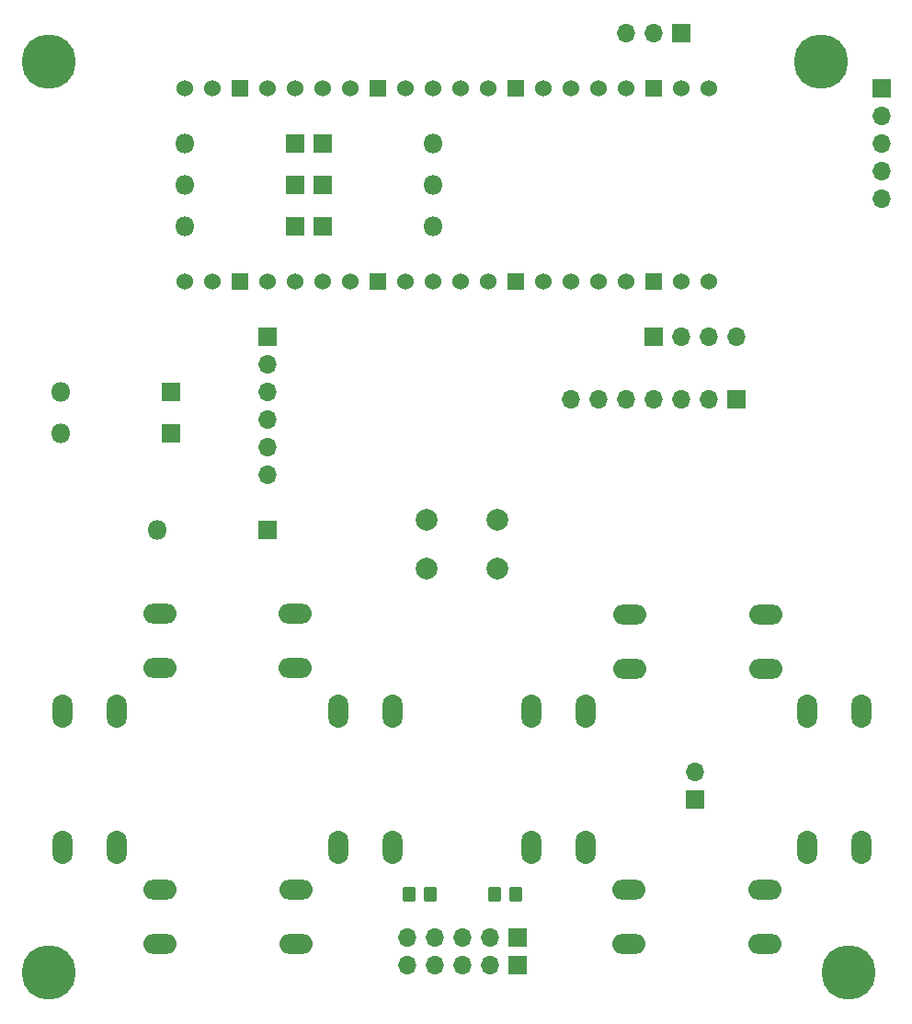
<source format=gbr>
%TF.GenerationSoftware,KiCad,Pcbnew,6.0.2+dfsg-1*%
%TF.CreationDate,2023-03-22T01:16:50-07:00*%
%TF.ProjectId,PICOnsole,5049434f-6e73-46f6-9c65-2e6b69636164,rev?*%
%TF.SameCoordinates,Original*%
%TF.FileFunction,Soldermask,Bot*%
%TF.FilePolarity,Negative*%
%FSLAX46Y46*%
G04 Gerber Fmt 4.6, Leading zero omitted, Abs format (unit mm)*
G04 Created by KiCad (PCBNEW 6.0.2+dfsg-1) date 2023-03-22 01:16:50*
%MOMM*%
%LPD*%
G01*
G04 APERTURE LIST*
G04 Aperture macros list*
%AMRoundRect*
0 Rectangle with rounded corners*
0 $1 Rounding radius*
0 $2 $3 $4 $5 $6 $7 $8 $9 X,Y pos of 4 corners*
0 Add a 4 corners polygon primitive as box body*
4,1,4,$2,$3,$4,$5,$6,$7,$8,$9,$2,$3,0*
0 Add four circle primitives for the rounded corners*
1,1,$1+$1,$2,$3*
1,1,$1+$1,$4,$5*
1,1,$1+$1,$6,$7*
1,1,$1+$1,$8,$9*
0 Add four rect primitives between the rounded corners*
20,1,$1+$1,$2,$3,$4,$5,0*
20,1,$1+$1,$4,$5,$6,$7,0*
20,1,$1+$1,$6,$7,$8,$9,0*
20,1,$1+$1,$8,$9,$2,$3,0*%
G04 Aperture macros list end*
%ADD10C,5.000000*%
%ADD11C,2.000000*%
%ADD12R,1.800000X1.800000*%
%ADD13O,1.800000X1.800000*%
%ADD14O,1.850000X3.048000*%
%ADD15O,3.048000X1.850000*%
%ADD16R,1.700000X1.700000*%
%ADD17O,1.700000X1.700000*%
%ADD18RoundRect,0.250000X0.350000X0.450000X-0.350000X0.450000X-0.350000X-0.450000X0.350000X-0.450000X0*%
%ADD19C,1.524000*%
%ADD20R,1.524000X1.524000*%
%ADD21RoundRect,0.250000X-0.350000X-0.450000X0.350000X-0.450000X0.350000X0.450000X-0.350000X0.450000X0*%
G04 APERTURE END LIST*
D10*
%TO.C,*%
X91440000Y-101600000D03*
%TD*%
D11*
%TO.C,SW3*%
X52590000Y-59975000D03*
X59090000Y-59975000D03*
X59090000Y-64475000D03*
X52590000Y-64475000D03*
%TD*%
D12*
%TO.C,D8*%
X37950000Y-60910000D03*
D13*
X27790000Y-60910000D03*
%TD*%
D12*
%TO.C,D2*%
X40490000Y-29160000D03*
D13*
X30330000Y-29160000D03*
%TD*%
D14*
%TO.C,SW4*%
X87630000Y-77555000D03*
X87630000Y-90055000D03*
X92630000Y-77555000D03*
X92630000Y-90055000D03*
%TD*%
D12*
%TO.C,D3*%
X40490000Y-32970000D03*
D13*
X30330000Y-32970000D03*
%TD*%
D10*
%TO.C,REF\u002A\u002A*%
X88900000Y-17780000D03*
%TD*%
%TO.C,REF\u002A\u002A*%
X17780000Y-101600000D03*
%TD*%
D12*
%TO.C,D1*%
X40490000Y-25350000D03*
D13*
X30330000Y-25350000D03*
%TD*%
D14*
%TO.C,SW9*%
X24050000Y-77570000D03*
X24050000Y-90070000D03*
X19050000Y-77570000D03*
X19050000Y-90070000D03*
%TD*%
D12*
%TO.C,D7*%
X29060000Y-52020000D03*
D13*
X18900000Y-52020000D03*
%TD*%
D12*
%TO.C,D9*%
X29060000Y-48210000D03*
D13*
X18900000Y-48210000D03*
%TD*%
D15*
%TO.C,SW8*%
X27990000Y-73610000D03*
X40490000Y-73610000D03*
X27990000Y-68610000D03*
X40490000Y-68610000D03*
%TD*%
D14*
%TO.C,SW2*%
X67230000Y-90075000D03*
X67230000Y-77575000D03*
X62230000Y-90075000D03*
X62230000Y-77575000D03*
%TD*%
D10*
%TO.C,REF\u002A\u002A*%
X17780000Y-17780000D03*
%TD*%
D12*
%TO.C,D5*%
X43030000Y-29160000D03*
D13*
X53190000Y-29160000D03*
%TD*%
D16*
%TO.C,U4*%
X94465000Y-20275000D03*
D17*
X94465000Y-22815000D03*
X94465000Y-25355000D03*
X94465000Y-27895000D03*
X94465000Y-30435000D03*
%TD*%
D16*
%TO.C,J1*%
X73510000Y-43130000D03*
D17*
X76050000Y-43130000D03*
X78590000Y-43130000D03*
X81130000Y-43130000D03*
%TD*%
D15*
%TO.C,SW1*%
X71190000Y-94015000D03*
X83690000Y-94015000D03*
X71190000Y-99015000D03*
X83690000Y-99015000D03*
%TD*%
%TO.C,SW7*%
X40510000Y-94010000D03*
X28010000Y-94010000D03*
X28010000Y-99010000D03*
X40510000Y-99010000D03*
%TD*%
D16*
%TO.C,U3*%
X37950000Y-43130000D03*
D17*
X37950000Y-45670000D03*
X37950000Y-48210000D03*
X37950000Y-50750000D03*
X37950000Y-53290000D03*
X37950000Y-55830000D03*
%TD*%
D14*
%TO.C,SW6*%
X44450000Y-77550000D03*
X44450000Y-90050000D03*
X49450000Y-77550000D03*
X49450000Y-90050000D03*
%TD*%
D15*
%TO.C,SW5*%
X83780000Y-73655000D03*
X71280000Y-73655000D03*
X71280000Y-68655000D03*
X83780000Y-68655000D03*
%TD*%
D12*
%TO.C,D6*%
X43030000Y-32970000D03*
D13*
X53190000Y-32970000D03*
%TD*%
D12*
%TO.C,D4*%
X43030000Y-25350000D03*
D13*
X53190000Y-25350000D03*
%TD*%
D16*
%TO.C,SW10*%
X76050000Y-15195000D03*
D17*
X73510000Y-15195000D03*
X70970000Y-15195000D03*
%TD*%
D16*
%TO.C,U5*%
X81130000Y-48845000D03*
D17*
X78590000Y-48845000D03*
X76050000Y-48845000D03*
X73510000Y-48845000D03*
X70970000Y-48845000D03*
X68430000Y-48845000D03*
X65890000Y-48845000D03*
%TD*%
D18*
%TO.C,R1*%
X60810000Y-94406193D03*
X58810000Y-94406193D03*
%TD*%
D19*
%TO.C,U2*%
X78590000Y-38050000D03*
X76050000Y-38050000D03*
D20*
X73510000Y-38050000D03*
D19*
X70970000Y-38050000D03*
X68430000Y-38050000D03*
X63350000Y-38050000D03*
X65890000Y-38050000D03*
D20*
X60810000Y-38050000D03*
D19*
X58270000Y-38050000D03*
X55730000Y-38050000D03*
X53190000Y-38050000D03*
X50650000Y-38050000D03*
D20*
X48110000Y-38050000D03*
D19*
X45570000Y-38050000D03*
X43030000Y-38050000D03*
X40490000Y-38050000D03*
X37950000Y-38050000D03*
D20*
X35410000Y-38050000D03*
D19*
X32870000Y-38050000D03*
X30330000Y-38050000D03*
X30330000Y-20270000D03*
X32870000Y-20270000D03*
D20*
X35410000Y-20270000D03*
D19*
X37950000Y-20270000D03*
X40490000Y-20270000D03*
X43030000Y-20270000D03*
X45570000Y-20270000D03*
D20*
X48110000Y-20270000D03*
D19*
X50650000Y-20270000D03*
X53190000Y-20270000D03*
X55730000Y-20270000D03*
X58270000Y-20270000D03*
D20*
X60810000Y-20270000D03*
D19*
X63350000Y-20270000D03*
X65890000Y-20270000D03*
X68430000Y-20270000D03*
X70970000Y-20270000D03*
D20*
X73510000Y-20270000D03*
D19*
X76050000Y-20270000D03*
X78590000Y-20270000D03*
%TD*%
D16*
%TO.C,J3*%
X60946073Y-98374999D03*
D17*
X58406073Y-98374999D03*
X55866073Y-98374999D03*
X53326073Y-98374999D03*
X50786073Y-98374999D03*
%TD*%
D16*
%TO.C,J4*%
X60946073Y-100915000D03*
D17*
X58406073Y-100915000D03*
X55866073Y-100915000D03*
X53326073Y-100915000D03*
X50786073Y-100915000D03*
%TD*%
D16*
%TO.C,J2*%
X77320000Y-85680000D03*
D17*
X77320000Y-83140000D03*
%TD*%
D21*
%TO.C,R2*%
X50920000Y-94406193D03*
X52920000Y-94406193D03*
%TD*%
D19*
%TO.C,U1*%
X78590000Y-38050000D03*
X76050000Y-38050000D03*
D20*
X73510000Y-38050000D03*
D19*
X70970000Y-38050000D03*
X68430000Y-38050000D03*
X63350000Y-38050000D03*
X65890000Y-38050000D03*
D20*
X60810000Y-38050000D03*
D19*
X58270000Y-38050000D03*
X55730000Y-38050000D03*
X53190000Y-38050000D03*
X50650000Y-38050000D03*
D20*
X48110000Y-38050000D03*
D19*
X45570000Y-38050000D03*
X43030000Y-38050000D03*
X40490000Y-38050000D03*
X37950000Y-38050000D03*
D20*
X35410000Y-38050000D03*
D19*
X32870000Y-38050000D03*
X30330000Y-38050000D03*
X30330000Y-20270000D03*
X32870000Y-20270000D03*
D20*
X35410000Y-20270000D03*
D19*
X37950000Y-20270000D03*
X40490000Y-20270000D03*
X43030000Y-20270000D03*
X45570000Y-20270000D03*
D20*
X48110000Y-20270000D03*
D19*
X50650000Y-20270000D03*
X53190000Y-20270000D03*
X55730000Y-20270000D03*
X58270000Y-20270000D03*
D20*
X60810000Y-20270000D03*
D19*
X63350000Y-20270000D03*
X65890000Y-20270000D03*
X68430000Y-20270000D03*
X70970000Y-20270000D03*
D20*
X73510000Y-20270000D03*
D19*
X76050000Y-20270000D03*
X78590000Y-20270000D03*
%TD*%
M02*

</source>
